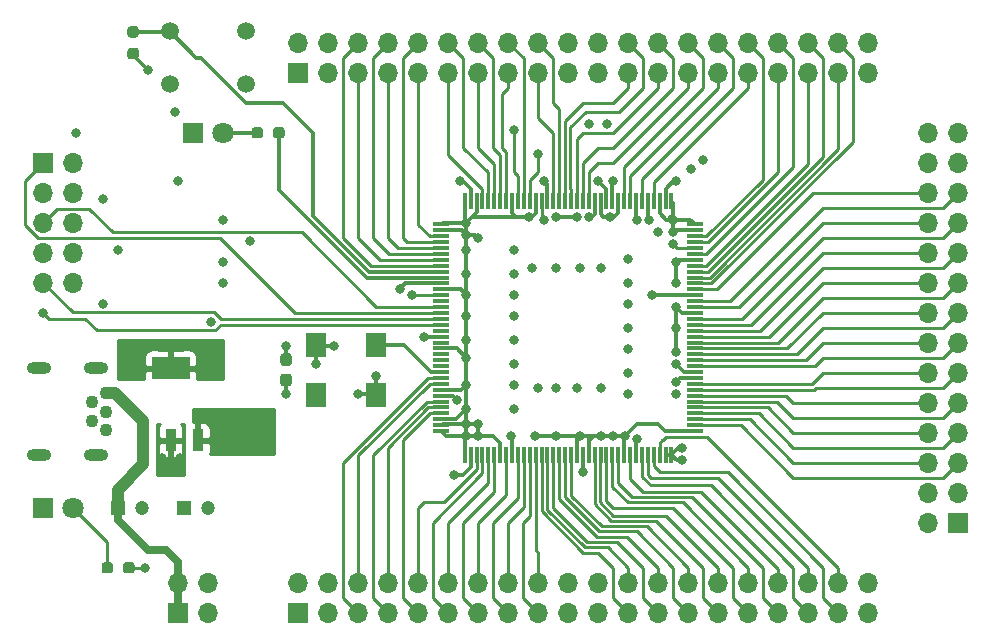
<source format=gbr>
%TF.GenerationSoftware,KiCad,Pcbnew,(5.1.9)-1*%
%TF.CreationDate,2021-02-04T20:28:27-06:00*%
%TF.ProjectId,Intel_10M02SCE144_Breakout_Board,496e7465-6c5f-4313-904d-303253434531,rev?*%
%TF.SameCoordinates,Original*%
%TF.FileFunction,Copper,L1,Top*%
%TF.FilePolarity,Positive*%
%FSLAX46Y46*%
G04 Gerber Fmt 4.6, Leading zero omitted, Abs format (unit mm)*
G04 Created by KiCad (PCBNEW (5.1.9)-1) date 2021-02-04 20:28:27*
%MOMM*%
%LPD*%
G01*
G04 APERTURE LIST*
%TA.AperFunction,SMDPad,CuDef*%
%ADD10R,1.475000X0.300000*%
%TD*%
%TA.AperFunction,SMDPad,CuDef*%
%ADD11R,0.300000X1.475000*%
%TD*%
%TA.AperFunction,ComponentPad*%
%ADD12C,1.200000*%
%TD*%
%TA.AperFunction,ComponentPad*%
%ADD13R,1.200000X1.200000*%
%TD*%
%TA.AperFunction,ComponentPad*%
%ADD14C,1.800000*%
%TD*%
%TA.AperFunction,ComponentPad*%
%ADD15R,1.800000X1.800000*%
%TD*%
%TA.AperFunction,ComponentPad*%
%ADD16R,1.700000X1.700000*%
%TD*%
%TA.AperFunction,ComponentPad*%
%ADD17O,1.700000X1.700000*%
%TD*%
%TA.AperFunction,SMDPad,CuDef*%
%ADD18R,3.200000X1.900000*%
%TD*%
%TA.AperFunction,SMDPad,CuDef*%
%ADD19R,0.900000X1.900000*%
%TD*%
%TA.AperFunction,ComponentPad*%
%ADD20C,1.500000*%
%TD*%
%TA.AperFunction,SMDPad,CuDef*%
%ADD21R,1.800000X2.000000*%
%TD*%
%TA.AperFunction,ComponentPad*%
%ADD22O,2.100000X1.000000*%
%TD*%
%TA.AperFunction,ComponentPad*%
%ADD23C,1.100000*%
%TD*%
%TA.AperFunction,ViaPad*%
%ADD24C,0.800000*%
%TD*%
%TA.AperFunction,Conductor*%
%ADD25C,0.300000*%
%TD*%
%TA.AperFunction,Conductor*%
%ADD26C,0.250000*%
%TD*%
%TA.AperFunction,Conductor*%
%ADD27C,0.700000*%
%TD*%
%TA.AperFunction,Conductor*%
%ADD28C,1.000000*%
%TD*%
%TA.AperFunction,Conductor*%
%ADD29C,0.254000*%
%TD*%
%TA.AperFunction,Conductor*%
%ADD30C,0.100000*%
%TD*%
G04 APERTURE END LIST*
D10*
%TO.P,U1,1*%
%TO.N,H_VCC*%
X130232000Y-91580000D03*
%TO.P,U1,2*%
X130232000Y-92080000D03*
%TO.P,U1,3*%
%TO.N,IO_3*%
X130232000Y-92580000D03*
%TO.P,U1,4*%
%TO.N,IO_4*%
X130232000Y-93080000D03*
%TO.P,U1,5*%
%TO.N,IO_5*%
X130232000Y-93580000D03*
%TO.P,U1,6*%
%TO.N,IO_6*%
X130232000Y-94080000D03*
%TO.P,U1,7*%
%TO.N,IO_7*%
X130232000Y-94580000D03*
%TO.P,U1,8*%
%TO.N,IO_8*%
X130232000Y-95080000D03*
%TO.P,U1,9*%
%TO.N,~RESET*%
X130232000Y-95580000D03*
%TO.P,U1,10*%
%TO.N,USER_LED*%
X130232000Y-96080000D03*
%TO.P,U1,11*%
%TO.N,H_GND*%
X130232000Y-96580000D03*
%TO.P,U1,12*%
%TO.N,H_VCC*%
X130232000Y-97080000D03*
%TO.P,U1,13*%
%TO.N,JEN*%
X130232000Y-97580000D03*
%TO.P,U1,14*%
%TO.N,Net-(U1-Pad14)*%
X130232000Y-98080000D03*
%TO.P,U1,15*%
%TO.N,TMS*%
X130232000Y-98580000D03*
%TO.P,U1,16*%
%TO.N,TCK*%
X130232000Y-99080000D03*
%TO.P,U1,17*%
%TO.N,TDI*%
X130232000Y-99580000D03*
%TO.P,U1,18*%
%TO.N,TDO*%
X130232000Y-100080000D03*
%TO.P,U1,19*%
%TO.N,Net-(U1-Pad19)*%
X130232000Y-100580000D03*
%TO.P,U1,20*%
%TO.N,H_GND*%
X130232000Y-101080000D03*
%TO.P,U1,21*%
%TO.N,Net-(U1-Pad21)*%
X130232000Y-101580000D03*
%TO.P,U1,22*%
%TO.N,H_VCC*%
X130232000Y-102080000D03*
%TO.P,U1,23*%
%TO.N,Net-(U1-Pad23)*%
X130232000Y-102580000D03*
%TO.P,U1,24*%
%TO.N,Net-(U1-Pad24)*%
X130232000Y-103080000D03*
%TO.P,U1,25*%
%TO.N,Net-(U1-Pad25)*%
X130232000Y-103580000D03*
%TO.P,U1,26*%
%TO.N,50MHz_CLK*%
X130232000Y-104080000D03*
%TO.P,U1,27*%
%TO.N,IO_27*%
X130232000Y-104580000D03*
%TO.P,U1,28*%
%TO.N,IO_28*%
X130232000Y-105080000D03*
%TO.P,U1,29*%
%TO.N,H_VCC*%
X130232000Y-105580000D03*
%TO.P,U1,30*%
%TO.N,H_GND*%
X130232000Y-106080000D03*
%TO.P,U1,31*%
%TO.N,IO_31*%
X130232000Y-106580000D03*
%TO.P,U1,32*%
%TO.N,IO_32*%
X130232000Y-107080000D03*
%TO.P,U1,33*%
%TO.N,IO_33*%
X130232000Y-107580000D03*
%TO.P,U1,34*%
%TO.N,H_VCC*%
X130232000Y-108080000D03*
%TO.P,U1,35*%
X130232000Y-108580000D03*
%TO.P,U1,36*%
X130232000Y-109080000D03*
D11*
%TO.P,U1,37*%
X132220000Y-111068000D03*
%TO.P,U1,38*%
%TO.N,H_GND*%
X132720000Y-111068000D03*
%TO.P,U1,39*%
%TO.N,IO_39*%
X133220000Y-111068000D03*
%TO.P,U1,40*%
%TO.N,IO_40*%
X133720000Y-111068000D03*
%TO.P,U1,41*%
%TO.N,IO_41*%
X134220000Y-111068000D03*
%TO.P,U1,42*%
%TO.N,IO_42*%
X134720000Y-111068000D03*
%TO.P,U1,43*%
%TO.N,H_VCC*%
X135220000Y-111068000D03*
%TO.P,U1,44*%
%TO.N,IO_44*%
X135720000Y-111068000D03*
%TO.P,U1,45*%
%TO.N,H_GND*%
X136220000Y-111068000D03*
%TO.P,U1,46*%
%TO.N,IO_46*%
X136720000Y-111068000D03*
%TO.P,U1,47*%
%TO.N,IO_47*%
X137220000Y-111068000D03*
%TO.P,U1,48*%
%TO.N,IO_48*%
X137720000Y-111068000D03*
%TO.P,U1,49*%
%TO.N,IO_49*%
X138220000Y-111068000D03*
%TO.P,U1,50*%
%TO.N,IO_50*%
X138720000Y-111068000D03*
%TO.P,U1,51*%
%TO.N,IO_51*%
X139220000Y-111068000D03*
%TO.P,U1,52*%
%TO.N,IO_52*%
X139720000Y-111068000D03*
%TO.P,U1,53*%
%TO.N,IO_53*%
X140220000Y-111068000D03*
%TO.P,U1,54*%
%TO.N,IO_54*%
X140720000Y-111068000D03*
%TO.P,U1,55*%
%TO.N,IO_55*%
X141220000Y-111068000D03*
%TO.P,U1,56*%
%TO.N,H_VCC*%
X141720000Y-111068000D03*
%TO.P,U1,57*%
%TO.N,H_GND*%
X142220000Y-111068000D03*
%TO.P,U1,58*%
%TO.N,H_VCC*%
X142720000Y-111068000D03*
%TO.P,U1,59*%
%TO.N,IO_59*%
X143220000Y-111068000D03*
%TO.P,U1,60*%
%TO.N,IO_60*%
X143720000Y-111068000D03*
%TO.P,U1,61*%
%TO.N,IO_61*%
X144220000Y-111068000D03*
%TO.P,U1,62*%
%TO.N,IO_62*%
X144720000Y-111068000D03*
%TO.P,U1,63*%
%TO.N,IO_63*%
X145220000Y-111068000D03*
%TO.P,U1,64*%
%TO.N,H_VCC*%
X145720000Y-111068000D03*
%TO.P,U1,65*%
%TO.N,IO_65*%
X146220000Y-111068000D03*
%TO.P,U1,66*%
%TO.N,H_GND*%
X146720000Y-111068000D03*
%TO.P,U1,67*%
%TO.N,IO_67*%
X147220000Y-111068000D03*
%TO.P,U1,68*%
%TO.N,IO_68*%
X147720000Y-111068000D03*
%TO.P,U1,69*%
%TO.N,IO_69*%
X148220000Y-111068000D03*
%TO.P,U1,70*%
%TO.N,IO_70*%
X148720000Y-111068000D03*
%TO.P,U1,71*%
%TO.N,H_VCC*%
X149220000Y-111068000D03*
%TO.P,U1,72*%
X149720000Y-111068000D03*
D10*
%TO.P,U1,73*%
X151708000Y-109080000D03*
%TO.P,U1,74*%
%TO.N,IO_74*%
X151708000Y-108580000D03*
%TO.P,U1,75*%
%TO.N,IO_75*%
X151708000Y-108080000D03*
%TO.P,U1,76*%
%TO.N,IO_76*%
X151708000Y-107580000D03*
%TO.P,U1,77*%
%TO.N,IO_77*%
X151708000Y-107080000D03*
%TO.P,U1,78*%
%TO.N,IO_78*%
X151708000Y-106580000D03*
%TO.P,U1,79*%
%TO.N,IO_79*%
X151708000Y-106080000D03*
%TO.P,U1,80*%
%TO.N,IO_80*%
X151708000Y-105580000D03*
%TO.P,U1,81*%
%TO.N,IO_81*%
X151708000Y-105080000D03*
%TO.P,U1,82*%
%TO.N,H_VCC*%
X151708000Y-104580000D03*
%TO.P,U1,83*%
%TO.N,H_GND*%
X151708000Y-104080000D03*
%TO.P,U1,84*%
%TO.N,IO_84*%
X151708000Y-103580000D03*
%TO.P,U1,85*%
%TO.N,IO_85*%
X151708000Y-103080000D03*
%TO.P,U1,86*%
%TO.N,IO_86*%
X151708000Y-102580000D03*
%TO.P,U1,87*%
%TO.N,IO_87*%
X151708000Y-102080000D03*
%TO.P,U1,88*%
%TO.N,IO_88*%
X151708000Y-101580000D03*
%TO.P,U1,89*%
%TO.N,IO_89*%
X151708000Y-101080000D03*
%TO.P,U1,90*%
%TO.N,IO_90*%
X151708000Y-100580000D03*
%TO.P,U1,91*%
%TO.N,IO_91*%
X151708000Y-100080000D03*
%TO.P,U1,92*%
%TO.N,IO_92*%
X151708000Y-99580000D03*
%TO.P,U1,93*%
%TO.N,H_VCC*%
X151708000Y-99080000D03*
%TO.P,U1,94*%
%TO.N,IO_94*%
X151708000Y-98580000D03*
%TO.P,U1,95*%
%TO.N,IO_95*%
X151708000Y-98080000D03*
%TO.P,U1,96*%
%TO.N,H_GND*%
X151708000Y-97580000D03*
%TO.P,U1,97*%
%TO.N,IO_97*%
X151708000Y-97080000D03*
%TO.P,U1,98*%
%TO.N,IO_98*%
X151708000Y-96580000D03*
%TO.P,U1,99*%
%TO.N,IO_99*%
X151708000Y-96080000D03*
%TO.P,U1,100*%
%TO.N,IO_100*%
X151708000Y-95580000D03*
%TO.P,U1,101*%
%TO.N,IO_101*%
X151708000Y-95080000D03*
%TO.P,U1,102*%
%TO.N,H_VCC*%
X151708000Y-94580000D03*
%TO.P,U1,103*%
%TO.N,IO_103*%
X151708000Y-94080000D03*
%TO.P,U1,104*%
%TO.N,H_GND*%
X151708000Y-93580000D03*
%TO.P,U1,105*%
%TO.N,IO_105*%
X151708000Y-93080000D03*
%TO.P,U1,106*%
%TO.N,IO_106*%
X151708000Y-92580000D03*
%TO.P,U1,107*%
%TO.N,H_VCC*%
X151708000Y-92080000D03*
%TO.P,U1,108*%
X151708000Y-91580000D03*
D11*
%TO.P,U1,109*%
X149720000Y-89592000D03*
%TO.P,U1,110*%
%TO.N,H_GND*%
X149220000Y-89592000D03*
%TO.P,U1,111*%
%TO.N,H_VCC*%
X148720000Y-89592000D03*
%TO.P,U1,112*%
%TO.N,IO_112*%
X148220000Y-89592000D03*
%TO.P,U1,113*%
%TO.N,Net-(R6-Pad2)*%
X147720000Y-89592000D03*
%TO.P,U1,114*%
%TO.N,IO_114*%
X147220000Y-89592000D03*
%TO.P,U1,115*%
%TO.N,Net-(R7-Pad2)*%
X146720000Y-89592000D03*
%TO.P,U1,116*%
%TO.N,IO_116*%
X146220000Y-89592000D03*
%TO.P,U1,117*%
%TO.N,IO_117*%
X145720000Y-89592000D03*
%TO.P,U1,118*%
%TO.N,H_VCC*%
X145220000Y-89592000D03*
%TO.P,U1,119*%
%TO.N,H_GND*%
X144720000Y-89592000D03*
%TO.P,U1,120*%
%TO.N,Net-(R12-Pad2)*%
X144220000Y-89592000D03*
%TO.P,U1,121*%
%TO.N,H_VCC*%
X143720000Y-89592000D03*
%TO.P,U1,122*%
%TO.N,Net-(R8-Pad2)*%
X143220000Y-89592000D03*
%TO.P,U1,123*%
%TO.N,IO_123*%
X142720000Y-89592000D03*
%TO.P,U1,124*%
%TO.N,IO_124*%
X142220000Y-89592000D03*
%TO.P,U1,125*%
%TO.N,IO_125*%
X141720000Y-89592000D03*
%TO.P,U1,126*%
%TO.N,IO_126*%
X141220000Y-89592000D03*
%TO.P,U1,127*%
%TO.N,IO_127*%
X140720000Y-89592000D03*
%TO.P,U1,128*%
%TO.N,IO_128*%
X140220000Y-89592000D03*
%TO.P,U1,129*%
%TO.N,IO_129*%
X139720000Y-89592000D03*
%TO.P,U1,130*%
%TO.N,Net-(R9-Pad2)*%
X139220000Y-89592000D03*
%TO.P,U1,131*%
%TO.N,Net-(R10-Pad2)*%
X138720000Y-89592000D03*
%TO.P,U1,132*%
%TO.N,H_VCC*%
X138220000Y-89592000D03*
%TO.P,U1,133*%
%TO.N,H_GND*%
X137720000Y-89592000D03*
%TO.P,U1,134*%
%TO.N,IO_134*%
X137220000Y-89592000D03*
%TO.P,U1,135*%
%TO.N,Net-(R11-Pad2)*%
X136720000Y-89592000D03*
%TO.P,U1,136*%
%TO.N,H_VCC*%
X136220000Y-89592000D03*
%TO.P,U1,137*%
%TO.N,IO_137*%
X135720000Y-89592000D03*
%TO.P,U1,138*%
%TO.N,IO_138*%
X135220000Y-89592000D03*
%TO.P,U1,139*%
%TO.N,IO_139*%
X134720000Y-89592000D03*
%TO.P,U1,140*%
%TO.N,IO_140*%
X134220000Y-89592000D03*
%TO.P,U1,141*%
%TO.N,IO_141*%
X133720000Y-89592000D03*
%TO.P,U1,142*%
%TO.N,H_VCC*%
X133220000Y-89592000D03*
%TO.P,U1,143*%
%TO.N,H_GND*%
X132720000Y-89592000D03*
%TO.P,U1,144*%
%TO.N,H_VCC*%
X132220000Y-89592000D03*
%TD*%
D12*
%TO.P,C1,2*%
%TO.N,H_GND*%
X104870000Y-115570000D03*
D13*
%TO.P,C1,1*%
%TO.N,+5V*%
X102870000Y-115570000D03*
%TD*%
%TO.P,C2,1*%
%TO.N,H_VCC*%
X108490000Y-115570000D03*
D12*
%TO.P,C2,2*%
%TO.N,H_GND*%
X110490000Y-115570000D03*
%TD*%
%TO.P,C3,2*%
%TO.N,H_VCC*%
%TA.AperFunction,SMDPad,CuDef*%
G36*
G01*
X117331500Y-103561000D02*
X116856500Y-103561000D01*
G75*
G02*
X116619000Y-103323500I0J237500D01*
G01*
X116619000Y-102723500D01*
G75*
G02*
X116856500Y-102486000I237500J0D01*
G01*
X117331500Y-102486000D01*
G75*
G02*
X117569000Y-102723500I0J-237500D01*
G01*
X117569000Y-103323500D01*
G75*
G02*
X117331500Y-103561000I-237500J0D01*
G01*
G37*
%TD.AperFunction*%
%TO.P,C3,1*%
%TO.N,H_GND*%
%TA.AperFunction,SMDPad,CuDef*%
G36*
G01*
X117331500Y-105286000D02*
X116856500Y-105286000D01*
G75*
G02*
X116619000Y-105048500I0J237500D01*
G01*
X116619000Y-104448500D01*
G75*
G02*
X116856500Y-104211000I237500J0D01*
G01*
X117331500Y-104211000D01*
G75*
G02*
X117569000Y-104448500I0J-237500D01*
G01*
X117569000Y-105048500D01*
G75*
G02*
X117331500Y-105286000I-237500J0D01*
G01*
G37*
%TD.AperFunction*%
%TD*%
D14*
%TO.P,D1,2*%
%TO.N,Net-(D1-Pad2)*%
X99060000Y-115570000D03*
D15*
%TO.P,D1,1*%
%TO.N,H_GND*%
X96520000Y-115570000D03*
%TD*%
%TO.P,D2,1*%
%TO.N,H_GND*%
X109220000Y-83820000D03*
D14*
%TO.P,D2,2*%
%TO.N,Net-(D2-Pad2)*%
X111760000Y-83820000D03*
%TD*%
D16*
%TO.P,J2,1*%
%TO.N,+5V*%
X107950000Y-124460000D03*
D17*
%TO.P,J2,2*%
X107950000Y-121920000D03*
%TO.P,J2,3*%
%TO.N,H_GND*%
X110490000Y-124460000D03*
%TO.P,J2,4*%
X110490000Y-121920000D03*
%TD*%
%TO.P,J3,40*%
%TO.N,H_GND*%
X166370000Y-121920000D03*
%TO.P,J3,39*%
X166370000Y-124460000D03*
%TO.P,J3,38*%
%TO.N,IO_70*%
X163830000Y-121920000D03*
%TO.P,J3,37*%
%TO.N,IO_69*%
X163830000Y-124460000D03*
%TO.P,J3,36*%
%TO.N,IO_68*%
X161290000Y-121920000D03*
%TO.P,J3,35*%
%TO.N,IO_67*%
X161290000Y-124460000D03*
%TO.P,J3,34*%
%TO.N,IO_65*%
X158750000Y-121920000D03*
%TO.P,J3,33*%
%TO.N,IO_63*%
X158750000Y-124460000D03*
%TO.P,J3,32*%
%TO.N,IO_62*%
X156210000Y-121920000D03*
%TO.P,J3,31*%
%TO.N,IO_61*%
X156210000Y-124460000D03*
%TO.P,J3,30*%
%TO.N,IO_60*%
X153670000Y-121920000D03*
%TO.P,J3,29*%
%TO.N,IO_59*%
X153670000Y-124460000D03*
%TO.P,J3,28*%
%TO.N,IO_55*%
X151130000Y-121920000D03*
%TO.P,J3,27*%
%TO.N,IO_54*%
X151130000Y-124460000D03*
%TO.P,J3,26*%
%TO.N,IO_53*%
X148590000Y-121920000D03*
%TO.P,J3,25*%
%TO.N,IO_52*%
X148590000Y-124460000D03*
%TO.P,J3,24*%
%TO.N,IO_51*%
X146050000Y-121920000D03*
%TO.P,J3,23*%
%TO.N,IO_50*%
X146050000Y-124460000D03*
%TO.P,J3,22*%
%TO.N,H_VCC*%
X143510000Y-121920000D03*
%TO.P,J3,21*%
X143510000Y-124460000D03*
%TO.P,J3,20*%
%TO.N,H_GND*%
X140970000Y-121920000D03*
%TO.P,J3,19*%
X140970000Y-124460000D03*
%TO.P,J3,18*%
%TO.N,IO_49*%
X138430000Y-121920000D03*
%TO.P,J3,17*%
%TO.N,IO_48*%
X138430000Y-124460000D03*
%TO.P,J3,16*%
%TO.N,IO_47*%
X135890000Y-121920000D03*
%TO.P,J3,15*%
%TO.N,IO_46*%
X135890000Y-124460000D03*
%TO.P,J3,14*%
%TO.N,IO_44*%
X133350000Y-121920000D03*
%TO.P,J3,13*%
%TO.N,IO_42*%
X133350000Y-124460000D03*
%TO.P,J3,12*%
%TO.N,IO_41*%
X130810000Y-121920000D03*
%TO.P,J3,11*%
%TO.N,IO_40*%
X130810000Y-124460000D03*
%TO.P,J3,10*%
%TO.N,IO_39*%
X128270000Y-121920000D03*
%TO.P,J3,9*%
%TO.N,IO_33*%
X128270000Y-124460000D03*
%TO.P,J3,8*%
%TO.N,IO_32*%
X125730000Y-121920000D03*
%TO.P,J3,7*%
%TO.N,IO_31*%
X125730000Y-124460000D03*
%TO.P,J3,6*%
%TO.N,IO_28*%
X123190000Y-121920000D03*
%TO.P,J3,5*%
%TO.N,IO_27*%
X123190000Y-124460000D03*
%TO.P,J3,4*%
%TO.N,H_VCC*%
X120650000Y-121920000D03*
%TO.P,J3,3*%
X120650000Y-124460000D03*
%TO.P,J3,2*%
%TO.N,H_GND*%
X118110000Y-121920000D03*
D16*
%TO.P,J3,1*%
X118110000Y-124460000D03*
%TD*%
%TO.P,J4,1*%
%TO.N,H_GND*%
X173990000Y-116840000D03*
D17*
%TO.P,J4,2*%
X171450000Y-116840000D03*
%TO.P,J4,3*%
%TO.N,H_VCC*%
X173990000Y-114300000D03*
%TO.P,J4,4*%
X171450000Y-114300000D03*
%TO.P,J4,5*%
%TO.N,IO_74*%
X173990000Y-111760000D03*
%TO.P,J4,6*%
%TO.N,IO_75*%
X171450000Y-111760000D03*
%TO.P,J4,7*%
%TO.N,IO_76*%
X173990000Y-109220000D03*
%TO.P,J4,8*%
%TO.N,IO_77*%
X171450000Y-109220000D03*
%TO.P,J4,9*%
%TO.N,IO_78*%
X173990000Y-106680000D03*
%TO.P,J4,10*%
%TO.N,IO_79*%
X171450000Y-106680000D03*
%TO.P,J4,11*%
%TO.N,IO_80*%
X173990000Y-104140000D03*
%TO.P,J4,12*%
%TO.N,IO_81*%
X171450000Y-104140000D03*
%TO.P,J4,13*%
%TO.N,IO_84*%
X173990000Y-101600000D03*
%TO.P,J4,14*%
%TO.N,IO_85*%
X171450000Y-101600000D03*
%TO.P,J4,15*%
%TO.N,IO_86*%
X173990000Y-99060000D03*
%TO.P,J4,16*%
%TO.N,IO_87*%
X171450000Y-99060000D03*
%TO.P,J4,17*%
%TO.N,IO_88*%
X173990000Y-96520000D03*
%TO.P,J4,18*%
%TO.N,IO_89*%
X171450000Y-96520000D03*
%TO.P,J4,19*%
%TO.N,IO_90*%
X173990000Y-93980000D03*
%TO.P,J4,20*%
%TO.N,IO_91*%
X171450000Y-93980000D03*
%TO.P,J4,21*%
%TO.N,IO_92*%
X173990000Y-91440000D03*
%TO.P,J4,22*%
%TO.N,IO_94*%
X171450000Y-91440000D03*
%TO.P,J4,23*%
%TO.N,IO_95*%
X173990000Y-88900000D03*
%TO.P,J4,24*%
%TO.N,IO_97*%
X171450000Y-88900000D03*
%TO.P,J4,25*%
%TO.N,H_VCC*%
X173990000Y-86360000D03*
%TO.P,J4,26*%
X171450000Y-86360000D03*
%TO.P,J4,27*%
%TO.N,H_GND*%
X173990000Y-83820000D03*
%TO.P,J4,28*%
X171450000Y-83820000D03*
%TD*%
D16*
%TO.P,J5,1*%
%TO.N,H_GND*%
X118110000Y-78740000D03*
D17*
%TO.P,J5,2*%
X118110000Y-76200000D03*
%TO.P,J5,3*%
%TO.N,H_VCC*%
X120650000Y-78740000D03*
%TO.P,J5,4*%
X120650000Y-76200000D03*
%TO.P,J5,5*%
%TO.N,IO_7*%
X123190000Y-78740000D03*
%TO.P,J5,6*%
%TO.N,IO_8*%
X123190000Y-76200000D03*
%TO.P,J5,7*%
%TO.N,IO_5*%
X125730000Y-78740000D03*
%TO.P,J5,8*%
%TO.N,IO_6*%
X125730000Y-76200000D03*
%TO.P,J5,9*%
%TO.N,IO_3*%
X128270000Y-78740000D03*
%TO.P,J5,10*%
%TO.N,IO_4*%
X128270000Y-76200000D03*
%TO.P,J5,11*%
%TO.N,IO_141*%
X130810000Y-78740000D03*
%TO.P,J5,12*%
%TO.N,IO_140*%
X130810000Y-76200000D03*
%TO.P,J5,13*%
%TO.N,IO_139*%
X133350000Y-78740000D03*
%TO.P,J5,14*%
%TO.N,IO_138*%
X133350000Y-76200000D03*
%TO.P,J5,15*%
%TO.N,IO_137*%
X135890000Y-78740000D03*
%TO.P,J5,16*%
%TO.N,IO_134*%
X135890000Y-76200000D03*
%TO.P,J5,17*%
%TO.N,IO_129*%
X138430000Y-78740000D03*
%TO.P,J5,18*%
%TO.N,IO_128*%
X138430000Y-76200000D03*
%TO.P,J5,19*%
%TO.N,H_GND*%
X140970000Y-78740000D03*
%TO.P,J5,20*%
X140970000Y-76200000D03*
%TO.P,J5,21*%
%TO.N,H_VCC*%
X143510000Y-78740000D03*
%TO.P,J5,22*%
X143510000Y-76200000D03*
%TO.P,J5,23*%
%TO.N,IO_127*%
X146050000Y-78740000D03*
%TO.P,J5,24*%
%TO.N,IO_126*%
X146050000Y-76200000D03*
%TO.P,J5,25*%
%TO.N,IO_125*%
X148590000Y-78740000D03*
%TO.P,J5,26*%
%TO.N,IO_124*%
X148590000Y-76200000D03*
%TO.P,J5,27*%
%TO.N,IO_123*%
X151130000Y-78740000D03*
%TO.P,J5,28*%
%TO.N,IO_117*%
X151130000Y-76200000D03*
%TO.P,J5,29*%
%TO.N,IO_116*%
X153670000Y-78740000D03*
%TO.P,J5,30*%
%TO.N,IO_114*%
X153670000Y-76200000D03*
%TO.P,J5,31*%
%TO.N,IO_112*%
X156210000Y-78740000D03*
%TO.P,J5,32*%
%TO.N,IO_106*%
X156210000Y-76200000D03*
%TO.P,J5,33*%
%TO.N,IO_105*%
X158750000Y-78740000D03*
%TO.P,J5,34*%
%TO.N,IO_103*%
X158750000Y-76200000D03*
%TO.P,J5,35*%
%TO.N,IO_101*%
X161290000Y-78740000D03*
%TO.P,J5,36*%
%TO.N,IO_100*%
X161290000Y-76200000D03*
%TO.P,J5,37*%
%TO.N,IO_99*%
X163830000Y-78740000D03*
%TO.P,J5,38*%
%TO.N,IO_98*%
X163830000Y-76200000D03*
%TO.P,J5,39*%
%TO.N,H_GND*%
X166370000Y-78740000D03*
%TO.P,J5,40*%
X166370000Y-76200000D03*
%TD*%
D16*
%TO.P,J6,1*%
%TO.N,TCK*%
X96520000Y-86360000D03*
D17*
%TO.P,J6,2*%
%TO.N,H_GND*%
X99060000Y-86360000D03*
%TO.P,J6,3*%
%TO.N,TDO*%
X96520000Y-88900000D03*
%TO.P,J6,4*%
%TO.N,H_VCC*%
X99060000Y-88900000D03*
%TO.P,J6,5*%
%TO.N,TMS*%
X96520000Y-91440000D03*
%TO.P,J6,6*%
%TO.N,Net-(J6-Pad6)*%
X99060000Y-91440000D03*
%TO.P,J6,7*%
%TO.N,Net-(J6-Pad7)*%
X96520000Y-93980000D03*
%TO.P,J6,8*%
%TO.N,JEN*%
X99060000Y-93980000D03*
%TO.P,J6,9*%
%TO.N,TDI*%
X96520000Y-96520000D03*
%TO.P,J6,10*%
%TO.N,H_GND*%
X99060000Y-96520000D03*
%TD*%
D18*
%TO.P,PS1,4*%
%TO.N,H_GND*%
X107315000Y-103757000D03*
D19*
%TO.P,PS1,3*%
%TO.N,H_VCC*%
X109615000Y-109857000D03*
%TO.P,PS1,2*%
%TO.N,H_GND*%
X107315000Y-109857000D03*
%TO.P,PS1,1*%
%TO.N,+5V*%
X105015000Y-109857000D03*
%TD*%
%TO.P,R1,1*%
%TO.N,Net-(D1-Pad2)*%
%TA.AperFunction,SMDPad,CuDef*%
G36*
G01*
X101470000Y-120887500D02*
X101470000Y-120412500D01*
G75*
G02*
X101707500Y-120175000I237500J0D01*
G01*
X102207500Y-120175000D01*
G75*
G02*
X102445000Y-120412500I0J-237500D01*
G01*
X102445000Y-120887500D01*
G75*
G02*
X102207500Y-121125000I-237500J0D01*
G01*
X101707500Y-121125000D01*
G75*
G02*
X101470000Y-120887500I0J237500D01*
G01*
G37*
%TD.AperFunction*%
%TO.P,R1,2*%
%TO.N,H_VCC*%
%TA.AperFunction,SMDPad,CuDef*%
G36*
G01*
X103295000Y-120887500D02*
X103295000Y-120412500D01*
G75*
G02*
X103532500Y-120175000I237500J0D01*
G01*
X104032500Y-120175000D01*
G75*
G02*
X104270000Y-120412500I0J-237500D01*
G01*
X104270000Y-120887500D01*
G75*
G02*
X104032500Y-121125000I-237500J0D01*
G01*
X103532500Y-121125000D01*
G75*
G02*
X103295000Y-120887500I0J237500D01*
G01*
G37*
%TD.AperFunction*%
%TD*%
%TO.P,R14,2*%
%TO.N,~RESET*%
%TA.AperFunction,SMDPad,CuDef*%
G36*
G01*
X104377500Y-75775000D02*
X103902500Y-75775000D01*
G75*
G02*
X103665000Y-75537500I0J237500D01*
G01*
X103665000Y-75037500D01*
G75*
G02*
X103902500Y-74800000I237500J0D01*
G01*
X104377500Y-74800000D01*
G75*
G02*
X104615000Y-75037500I0J-237500D01*
G01*
X104615000Y-75537500D01*
G75*
G02*
X104377500Y-75775000I-237500J0D01*
G01*
G37*
%TD.AperFunction*%
%TO.P,R14,1*%
%TO.N,H_VCC*%
%TA.AperFunction,SMDPad,CuDef*%
G36*
G01*
X104377500Y-77600000D02*
X103902500Y-77600000D01*
G75*
G02*
X103665000Y-77362500I0J237500D01*
G01*
X103665000Y-76862500D01*
G75*
G02*
X103902500Y-76625000I237500J0D01*
G01*
X104377500Y-76625000D01*
G75*
G02*
X104615000Y-76862500I0J-237500D01*
G01*
X104615000Y-77362500D01*
G75*
G02*
X104377500Y-77600000I-237500J0D01*
G01*
G37*
%TD.AperFunction*%
%TD*%
%TO.P,R15,1*%
%TO.N,Net-(D2-Pad2)*%
%TA.AperFunction,SMDPad,CuDef*%
G36*
G01*
X114170000Y-84057500D02*
X114170000Y-83582500D01*
G75*
G02*
X114407500Y-83345000I237500J0D01*
G01*
X114907500Y-83345000D01*
G75*
G02*
X115145000Y-83582500I0J-237500D01*
G01*
X115145000Y-84057500D01*
G75*
G02*
X114907500Y-84295000I-237500J0D01*
G01*
X114407500Y-84295000D01*
G75*
G02*
X114170000Y-84057500I0J237500D01*
G01*
G37*
%TD.AperFunction*%
%TO.P,R15,2*%
%TO.N,USER_LED*%
%TA.AperFunction,SMDPad,CuDef*%
G36*
G01*
X115995000Y-84057500D02*
X115995000Y-83582500D01*
G75*
G02*
X116232500Y-83345000I237500J0D01*
G01*
X116732500Y-83345000D01*
G75*
G02*
X116970000Y-83582500I0J-237500D01*
G01*
X116970000Y-84057500D01*
G75*
G02*
X116732500Y-84295000I-237500J0D01*
G01*
X116232500Y-84295000D01*
G75*
G02*
X115995000Y-84057500I0J237500D01*
G01*
G37*
%TD.AperFunction*%
%TD*%
D20*
%TO.P,S1,4*%
%TO.N,H_GND*%
X113740000Y-79720000D03*
%TO.P,S1,3*%
%TO.N,Net-(S1-Pad3)*%
X107240000Y-79720000D03*
%TO.P,S1,2*%
%TO.N,Net-(S1-Pad2)*%
X113740000Y-75220000D03*
%TO.P,S1,1*%
%TO.N,~RESET*%
X107240000Y-75220000D03*
%TD*%
D21*
%TO.P,Y1,4*%
%TO.N,H_VCC*%
X119634000Y-101786000D03*
%TO.P,Y1,3*%
%TO.N,50MHz_CLK*%
X124714000Y-101786000D03*
%TO.P,Y1,2*%
%TO.N,H_GND*%
X124714000Y-105986000D03*
%TO.P,Y1,1*%
%TO.N,Net-(Y1-Pad1)*%
X119634000Y-105986000D03*
%TD*%
D22*
%TO.P,J1,6*%
%TO.N,Net-(J1-Pad6)*%
X100965000Y-103725000D03*
X96215000Y-111125000D03*
X96215000Y-103725000D03*
X100965000Y-111125000D03*
D23*
%TO.P,J1,2*%
%TO.N,Net-(J1-Pad2)*%
X100665000Y-106625000D03*
%TO.P,J1,3*%
%TO.N,Net-(J1-Pad3)*%
X101865000Y-107425000D03*
%TO.P,J1,5*%
%TO.N,H_GND*%
X101865000Y-109025000D03*
%TO.P,J1,1*%
%TO.N,+5V*%
X101865000Y-105825000D03*
%TO.P,J1,4*%
%TO.N,Net-(J1-Pad4)*%
X100665000Y-108225000D03*
%TD*%
D24*
%TO.N,H_GND*%
X136144000Y-109474000D03*
X142240000Y-112522000D03*
X146812000Y-109728000D03*
X150114000Y-103378000D03*
X148082000Y-97536000D03*
X150114000Y-87884000D03*
X144780000Y-87884000D03*
X138430000Y-85598000D03*
X131826000Y-87884000D03*
X126746000Y-97028000D03*
X128778000Y-101092000D03*
X131572000Y-106426000D03*
X136398000Y-107188000D03*
X136398000Y-105156000D03*
X136398000Y-103378000D03*
X136398000Y-101346000D03*
X136398000Y-99314000D03*
X136398000Y-97536000D03*
X136398000Y-95758000D03*
X137922000Y-95250000D03*
X139954000Y-95250000D03*
X141986000Y-95250000D03*
X143764000Y-95250000D03*
X146050000Y-94488000D03*
X146050000Y-96520000D03*
X146050000Y-98298000D03*
X146050000Y-100330000D03*
X146050000Y-102108000D03*
X146050000Y-104140000D03*
X146050000Y-105918000D03*
X143764000Y-105410000D03*
X141732000Y-105410000D03*
X139954000Y-105410000D03*
X138430000Y-105410000D03*
X136398000Y-93726000D03*
X142748000Y-83058000D03*
X131318000Y-112776000D03*
X149860000Y-93218000D03*
X107696000Y-82042000D03*
X101600000Y-98298000D03*
X101600000Y-89408000D03*
X99314000Y-83820000D03*
X123190000Y-105918000D03*
X124714000Y-104394000D03*
X117094000Y-105918000D03*
X107315000Y-101981000D03*
X108331000Y-101981000D03*
X109347000Y-101981000D03*
X110363000Y-101981000D03*
X111379000Y-101981000D03*
X106299000Y-101981000D03*
X105283000Y-101981000D03*
X104267000Y-101981000D03*
X103251000Y-101981000D03*
X109855000Y-102997000D03*
X110871000Y-102997000D03*
X109855000Y-104013000D03*
X110871000Y-104013000D03*
X104775000Y-102997000D03*
X103759000Y-102997000D03*
X103759000Y-104013000D03*
X104775000Y-104013000D03*
X106553000Y-112395000D03*
X106553000Y-111379000D03*
X108077000Y-111379000D03*
X108077000Y-112395000D03*
X107315000Y-111887000D03*
X102870000Y-93726000D03*
%TO.N,H_VCC*%
X110744000Y-99822000D03*
X121158000Y-101854000D03*
X119634000Y-103378000D03*
X117094000Y-101854000D03*
X105156000Y-120650000D03*
X105410000Y-78486000D03*
X151384000Y-86868000D03*
X152400000Y-86106000D03*
X144272000Y-83058000D03*
X132334000Y-93726000D03*
X133350000Y-92710000D03*
X132334000Y-95758000D03*
X132334000Y-97536000D03*
X132334000Y-99314000D03*
X132334000Y-101346000D03*
X132334000Y-105156000D03*
X138176000Y-109474000D03*
X132334000Y-102870000D03*
X132334000Y-107188000D03*
X132334000Y-91440000D03*
X132334000Y-92456000D03*
X132334000Y-108458000D03*
X132334000Y-109474000D03*
X133350000Y-109474000D03*
X133350000Y-108458000D03*
X139954000Y-109474000D03*
X141986000Y-109474000D03*
X143764000Y-109474000D03*
X145796000Y-109474000D03*
X144780000Y-109474000D03*
X150114000Y-105918000D03*
X150114000Y-104902000D03*
X150114000Y-102362000D03*
X150114000Y-100330000D03*
X150114000Y-98552000D03*
X150114000Y-96520000D03*
X150114000Y-94742000D03*
X144526000Y-90932000D03*
X141732000Y-90932000D03*
X139954000Y-90932000D03*
X137668000Y-90932000D03*
X149860000Y-91186000D03*
X149860000Y-92202000D03*
X150622000Y-111506000D03*
X150622000Y-110490000D03*
X148590000Y-92202000D03*
X111760000Y-96520000D03*
X111760000Y-94742000D03*
X111760000Y-91186000D03*
X107950000Y-87884000D03*
X114046000Y-92964000D03*
X111633000Y-107569000D03*
X112649000Y-107569000D03*
X113665000Y-107569000D03*
X114681000Y-107569000D03*
X115697000Y-107569000D03*
X111633000Y-108585000D03*
X112649000Y-108585000D03*
X113665000Y-108585000D03*
X114681000Y-108585000D03*
X115697000Y-108585000D03*
X111633000Y-109601000D03*
X112649000Y-109601000D03*
X113665000Y-109601000D03*
X114681000Y-109601000D03*
X115697000Y-109601000D03*
X111633000Y-110617000D03*
X112649000Y-110617000D03*
X113665000Y-110617000D03*
X114681000Y-110617000D03*
X115697000Y-110617000D03*
%TO.N,TDO*%
X96520000Y-99060000D03*
%TO.N,JEN*%
X127762000Y-97536000D03*
%TO.N,Net-(R6-Pad2)*%
X147828000Y-91186000D03*
%TO.N,Net-(R7-Pad2)*%
X146812000Y-91186000D03*
%TO.N,Net-(R8-Pad2)*%
X142748000Y-90932000D03*
%TO.N,Net-(R9-Pad2)*%
X138938000Y-87884000D03*
%TO.N,Net-(R10-Pad2)*%
X138938000Y-91186000D03*
%TO.N,Net-(R11-Pad2)*%
X136398000Y-83566000D03*
%TO.N,Net-(R12-Pad2)*%
X143510000Y-87884000D03*
%TD*%
D25*
%TO.N,H_GND*%
X136220000Y-109550000D02*
X136220000Y-111068000D01*
X136144000Y-109474000D02*
X136220000Y-109550000D01*
X131226000Y-106080000D02*
X131572000Y-106426000D01*
X130232000Y-106080000D02*
X131226000Y-106080000D01*
X142220000Y-112502000D02*
X142240000Y-112522000D01*
X142220000Y-111068000D02*
X142220000Y-112502000D01*
X146720000Y-109820000D02*
X146812000Y-109728000D01*
X146720000Y-111068000D02*
X146720000Y-109820000D01*
X132049500Y-87884000D02*
X131826000Y-87884000D01*
X132720000Y-88554500D02*
X132049500Y-87884000D01*
X132720000Y-89592000D02*
X132720000Y-88554500D01*
X128790000Y-101080000D02*
X128778000Y-101092000D01*
X130232000Y-101080000D02*
X128790000Y-101080000D01*
X144720000Y-87944000D02*
X144780000Y-87884000D01*
X144720000Y-89592000D02*
X144720000Y-87944000D01*
X132049500Y-112776000D02*
X131318000Y-112776000D01*
X132720000Y-112105500D02*
X132049500Y-112776000D01*
X132720000Y-111068000D02*
X132720000Y-112105500D01*
D26*
X150222000Y-93580000D02*
X149860000Y-93218000D01*
X151708000Y-93580000D02*
X150222000Y-93580000D01*
D25*
X117094000Y-105918000D02*
X117094000Y-104748500D01*
X124646000Y-105918000D02*
X124714000Y-105986000D01*
X123190000Y-105918000D02*
X124646000Y-105918000D01*
X124714000Y-104394000D02*
X124714000Y-105986000D01*
X150816000Y-104080000D02*
X150114000Y-103378000D01*
X151708000Y-104080000D02*
X150816000Y-104080000D01*
X149890500Y-87884000D02*
X150114000Y-87884000D01*
X149220000Y-88554500D02*
X149890500Y-87884000D01*
X149220000Y-89592000D02*
X149220000Y-88554500D01*
X127194000Y-96580000D02*
X126746000Y-97028000D01*
X130232000Y-96580000D02*
X127194000Y-96580000D01*
D26*
X137720000Y-89592000D02*
X137720000Y-87832000D01*
X138430000Y-87122000D02*
X138430000Y-85598000D01*
X137720000Y-87832000D02*
X138430000Y-87122000D01*
D25*
X148126000Y-97580000D02*
X148082000Y-97536000D01*
X151708000Y-97580000D02*
X148126000Y-97580000D01*
D27*
%TO.N,+5V*%
X103110000Y-115330000D02*
X102870000Y-115570000D01*
X102870000Y-115570000D02*
X102870000Y-116586000D01*
X102870000Y-116586000D02*
X105410000Y-119126000D01*
X105410000Y-119126000D02*
X106934000Y-119126000D01*
X107950000Y-120142000D02*
X107950000Y-121920000D01*
X106934000Y-119126000D02*
X107950000Y-120142000D01*
X107950000Y-121920000D02*
X107950000Y-124460000D01*
D28*
X105015000Y-108197183D02*
X105015000Y-109857000D01*
X102642817Y-105825000D02*
X105015000Y-108197183D01*
X101865000Y-105825000D02*
X102642817Y-105825000D01*
X102870000Y-115570000D02*
X102870000Y-114046000D01*
X105015000Y-111901000D02*
X105015000Y-109857000D01*
X102870000Y-114046000D02*
X105015000Y-111901000D01*
D25*
%TO.N,H_VCC*%
X130372000Y-91440000D02*
X130232000Y-91580000D01*
X132334000Y-91440000D02*
X130372000Y-91440000D01*
X132219999Y-91325999D02*
X132219999Y-89592000D01*
X132334000Y-91440000D02*
X132219999Y-91325999D01*
X133220000Y-90554000D02*
X132334000Y-91440000D01*
X133220000Y-89592000D02*
X133220000Y-90554000D01*
X131958000Y-92080000D02*
X132334000Y-92456000D01*
X130232000Y-92080000D02*
X131958000Y-92080000D01*
X132334000Y-91440000D02*
X132334000Y-92456000D01*
X133096000Y-92456000D02*
X133350000Y-92710000D01*
X132334000Y-92456000D02*
X133096000Y-92456000D01*
X132334000Y-93726000D02*
X132334000Y-92456000D01*
X132334000Y-95758000D02*
X132334000Y-93726000D01*
X132334000Y-95758000D02*
X132334000Y-97536000D01*
X131878000Y-97080000D02*
X130232000Y-97080000D01*
X132334000Y-97536000D02*
X131878000Y-97080000D01*
X132334000Y-99314000D02*
X132334000Y-97536000D01*
X132334000Y-99314000D02*
X132334000Y-101346000D01*
X132334000Y-101346000D02*
X132334000Y-102870000D01*
X131544000Y-102080000D02*
X132334000Y-102870000D01*
X130232000Y-102080000D02*
X131544000Y-102080000D01*
X132334000Y-105156000D02*
X132334000Y-102870000D01*
X131910000Y-105580000D02*
X132334000Y-105156000D01*
X130232000Y-105580000D02*
X131910000Y-105580000D01*
X132334000Y-107188000D02*
X132334000Y-105156000D01*
X132334000Y-107188000D02*
X132334000Y-108458000D01*
X132334000Y-108458000D02*
X133350000Y-108458000D01*
X133350000Y-108458000D02*
X133350000Y-109474000D01*
X132334000Y-109474000D02*
X133350000Y-109474000D01*
X132334000Y-109474000D02*
X132334000Y-108458000D01*
X130354000Y-108458000D02*
X130232000Y-108580000D01*
X132334000Y-108458000D02*
X130354000Y-108458000D01*
X131441999Y-108080001D02*
X130232000Y-108080001D01*
X132334000Y-107188000D02*
X131441999Y-108080001D01*
X130626000Y-109474000D02*
X130232000Y-109080000D01*
X132334000Y-109474000D02*
X130626000Y-109474000D01*
X132219999Y-109588001D02*
X132219999Y-111068000D01*
X132334000Y-109474000D02*
X132219999Y-109588001D01*
X138176000Y-109474000D02*
X139954000Y-109474000D01*
X139954000Y-109474000D02*
X141986000Y-109474000D01*
X141720000Y-109740000D02*
X141720000Y-111068000D01*
X141986000Y-109474000D02*
X141720000Y-109740000D01*
X142720000Y-109642315D02*
X142720000Y-111068000D01*
X142551685Y-109474000D02*
X142720000Y-109642315D01*
X141986000Y-109474000D02*
X142551685Y-109474000D01*
X143764000Y-109474000D02*
X141986000Y-109474000D01*
X143764000Y-109474000D02*
X144780000Y-109474000D01*
X142720000Y-109952315D02*
X142720000Y-111068000D01*
X143198315Y-109474000D02*
X142720000Y-109952315D01*
X143764000Y-109474000D02*
X143198315Y-109474000D01*
X144780000Y-109474000D02*
X145796000Y-109474000D01*
X145720000Y-109550000D02*
X145720000Y-111068000D01*
X145796000Y-109474000D02*
X145720000Y-109550000D01*
X150158000Y-111506000D02*
X149720000Y-111068000D01*
X150622000Y-111506000D02*
X150158000Y-111506000D01*
X149220000Y-111068000D02*
X149720000Y-111068000D01*
X150298000Y-110490000D02*
X149720000Y-111068000D01*
X150622000Y-110490000D02*
X150298000Y-110490000D01*
X150114000Y-102362000D02*
X150114000Y-100330000D01*
X150114000Y-100330000D02*
X150114000Y-98552000D01*
X150642000Y-99080000D02*
X150690498Y-99080000D01*
X150114000Y-98552000D02*
X150642000Y-99080000D01*
X151708000Y-99080000D02*
X150642000Y-99080000D01*
X150114000Y-96520000D02*
X150114000Y-94742000D01*
X150276000Y-94580000D02*
X151708000Y-94580000D01*
X150114000Y-94742000D02*
X150276000Y-94580000D01*
X149860000Y-92202000D02*
X149860000Y-91186000D01*
X149982001Y-92079999D02*
X151708000Y-92079999D01*
X149860000Y-92202000D02*
X149982001Y-92079999D01*
X151314000Y-91186000D02*
X151708000Y-91580000D01*
X149860000Y-91186000D02*
X151314000Y-91186000D01*
X149860000Y-89732000D02*
X149720000Y-89592000D01*
X149860000Y-91186000D02*
X149860000Y-89732000D01*
X149296498Y-91186000D02*
X148720000Y-90609502D01*
X149860000Y-91186000D02*
X149296498Y-91186000D01*
X148720000Y-89592000D02*
X148720000Y-90609502D01*
X149606000Y-90932000D02*
X149860000Y-91186000D01*
X145220000Y-90609502D02*
X145220000Y-89592000D01*
X141732000Y-90932000D02*
X139954000Y-90932000D01*
X132842000Y-90932000D02*
X132334000Y-91440000D01*
X136522500Y-90932000D02*
X136906000Y-90932000D01*
X136220000Y-90629500D02*
X136522500Y-90932000D01*
X136220000Y-89592000D02*
X136220000Y-90629500D01*
X136906000Y-90932000D02*
X132842000Y-90932000D01*
X135220000Y-110050498D02*
X135220000Y-111068000D01*
X134643502Y-109474000D02*
X135220000Y-110050498D01*
X133350000Y-109474000D02*
X134643502Y-109474000D01*
X144897502Y-90932000D02*
X145220000Y-90609502D01*
X144526000Y-90932000D02*
X144897502Y-90932000D01*
X143720000Y-90691685D02*
X143720000Y-89592000D01*
X143960315Y-90932000D02*
X143720000Y-90691685D01*
X144526000Y-90932000D02*
X143960315Y-90932000D01*
X137668000Y-90932000D02*
X136906000Y-90932000D01*
X138220000Y-90609502D02*
X138220000Y-89592000D01*
X137897502Y-90932000D02*
X138220000Y-90609502D01*
X137668000Y-90932000D02*
X137897502Y-90932000D01*
X104140000Y-77216000D02*
X105410000Y-78486000D01*
X104140000Y-77112500D02*
X104140000Y-77216000D01*
D26*
X103782500Y-120650000D02*
X105156000Y-120650000D01*
D25*
X119702000Y-101854000D02*
X119634000Y-101786000D01*
X121158000Y-101854000D02*
X119702000Y-101854000D01*
X119634000Y-103378000D02*
X119634000Y-101786000D01*
X117094000Y-101854000D02*
X117094000Y-103023500D01*
X149212001Y-109080001D02*
X151708000Y-109080001D01*
X148590000Y-108458000D02*
X149212001Y-109080001D01*
X146812000Y-108458000D02*
X148590000Y-108458000D01*
X145796000Y-109474000D02*
X146812000Y-108458000D01*
X150436000Y-104580000D02*
X150114000Y-104902000D01*
X151708000Y-104580000D02*
X150436000Y-104580000D01*
D26*
%TO.N,TDO*%
X111092001Y-100547001D02*
X101055001Y-100547001D01*
X111559002Y-100080000D02*
X111092001Y-100547001D01*
X130232000Y-100080000D02*
X111559002Y-100080000D01*
X101055001Y-100547001D02*
X100076000Y-99568000D01*
X97028000Y-99568000D02*
X96520000Y-99060000D01*
X100076000Y-99568000D02*
X97028000Y-99568000D01*
%TO.N,TDI*%
X99023001Y-99023001D02*
X96520000Y-96520000D01*
X111018003Y-99023001D02*
X99023001Y-99023001D01*
X111575002Y-99580000D02*
X111018003Y-99023001D01*
X130232000Y-99580000D02*
X111575002Y-99580000D01*
%TO.N,TCK*%
X130232000Y-99080000D02*
X117876000Y-99080000D01*
X117876000Y-99080000D02*
X111506000Y-92710000D01*
X96050998Y-92710000D02*
X94996000Y-91655002D01*
X111506000Y-92710000D02*
X96050998Y-92710000D01*
X94996000Y-87884000D02*
X96520000Y-86360000D01*
X94996000Y-91655002D02*
X94996000Y-87884000D01*
%TO.N,TMS*%
X130232000Y-98580000D02*
X124742000Y-98580000D01*
X118400999Y-92238999D02*
X102398999Y-92238999D01*
X124742000Y-98580000D02*
X118400999Y-92238999D01*
X97695001Y-90264999D02*
X96520000Y-91440000D01*
X100424999Y-90264999D02*
X97695001Y-90264999D01*
X102398999Y-92238999D02*
X100424999Y-90264999D01*
%TO.N,Net-(D1-Pad2)*%
X101957500Y-118467500D02*
X99060000Y-115570000D01*
X101957500Y-120650000D02*
X101957500Y-118467500D01*
D25*
%TO.N,Net-(D2-Pad2)*%
X114657500Y-83820000D02*
X111760000Y-83820000D01*
D26*
%TO.N,IO_70*%
X163830000Y-120650000D02*
X163830000Y-121920000D01*
X152735001Y-109555001D02*
X163830000Y-120650000D01*
X148971000Y-109855000D02*
X149270999Y-109555001D01*
X149270999Y-109555001D02*
X152735001Y-109555001D01*
X148960498Y-109855000D02*
X148971000Y-109855000D01*
X148720000Y-110095498D02*
X148960498Y-109855000D01*
X148720000Y-111068000D02*
X148720000Y-110095498D01*
%TO.N,IO_69*%
X163830000Y-124460000D02*
X162560000Y-123190000D01*
X162560000Y-123190000D02*
X162560000Y-120650000D01*
X148220000Y-112025000D02*
X148220000Y-111068000D01*
X148774285Y-112579285D02*
X148220000Y-112025000D01*
X154489285Y-112579285D02*
X148774285Y-112579285D01*
X162560000Y-120650000D02*
X154489285Y-112579285D01*
%TO.N,IO_68*%
X161290000Y-121920000D02*
X161290000Y-120650000D01*
X161290000Y-120650000D02*
X153669295Y-113029295D01*
X147720000Y-112793590D02*
X147720000Y-111068000D01*
X147955705Y-113029295D02*
X147720000Y-112793590D01*
X153669295Y-113029295D02*
X147955705Y-113029295D01*
%TO.N,IO_67*%
X147220000Y-112930000D02*
X147220000Y-111068000D01*
X147955000Y-113665000D02*
X147220000Y-112930000D01*
X153035000Y-113665000D02*
X147955000Y-113665000D01*
X160020000Y-120650000D02*
X153035000Y-113665000D01*
X160020000Y-123190000D02*
X160020000Y-120650000D01*
X161290000Y-124460000D02*
X160020000Y-123190000D01*
%TO.N,IO_65*%
X146220000Y-111068000D02*
X146220000Y-113119970D01*
X158750000Y-120717919D02*
X158750000Y-121920000D01*
X152252052Y-114219971D02*
X158750000Y-120717919D01*
X147320000Y-114219970D02*
X152252052Y-114219971D01*
X146220000Y-113119970D02*
X147320000Y-114219970D01*
%TO.N,IO_63*%
X145220000Y-111068000D02*
X145220000Y-113470000D01*
X146419980Y-114669980D02*
X151499980Y-114669980D01*
X145220000Y-113470000D02*
X146419980Y-114669980D01*
X151499980Y-114669980D02*
X157480000Y-120650000D01*
X157480000Y-123190000D02*
X158750000Y-124460000D01*
X157480000Y-120650000D02*
X157480000Y-123190000D01*
%TO.N,IO_62*%
X144720000Y-111068000D02*
X144720000Y-113789990D01*
X146050000Y-115119990D02*
X150679990Y-115119990D01*
X144720000Y-113789990D02*
X146050000Y-115119990D01*
X156210000Y-120650000D02*
X156210000Y-121920000D01*
X150679990Y-115119990D02*
X156210000Y-120650000D01*
%TO.N,IO_61*%
X144220000Y-111068000D02*
X144220000Y-115007180D01*
X144220000Y-115007180D02*
X144782820Y-115570000D01*
X144782820Y-115570000D02*
X149860000Y-115570000D01*
X149860000Y-115570000D02*
X154940000Y-120650000D01*
X154940000Y-123190000D02*
X156210000Y-124460000D01*
X154940000Y-120650000D02*
X154940000Y-123190000D01*
%TO.N,IO_60*%
X149249930Y-116229930D02*
X153670000Y-120650000D01*
X153670000Y-120650000D02*
X153670000Y-121920000D01*
X144806340Y-116229930D02*
X149249930Y-116229930D01*
X143695001Y-115118591D02*
X144806340Y-116229930D01*
X143695001Y-111574999D02*
X143695001Y-115118591D01*
X143720000Y-111550000D02*
X143695001Y-111574999D01*
X143720000Y-111068000D02*
X143720000Y-111550000D01*
%TO.N,IO_59*%
X152400000Y-123190000D02*
X153670000Y-124460000D01*
X152400000Y-120650000D02*
X152400000Y-123190000D01*
X148429940Y-116679940D02*
X152400000Y-120650000D01*
X144619940Y-116679940D02*
X148429940Y-116679940D01*
X143220000Y-115280000D02*
X144619940Y-116679940D01*
X143220000Y-111068000D02*
X143220000Y-115280000D01*
%TO.N,IO_55*%
X141220000Y-111068000D02*
X141220000Y-114547180D01*
X143802770Y-117129950D02*
X147609950Y-117129950D01*
X141220000Y-114547180D02*
X143802770Y-117129950D01*
X151130000Y-120650000D02*
X151130000Y-121920000D01*
X147609950Y-117129950D02*
X151130000Y-120650000D01*
%TO.N,IO_54*%
X140720000Y-111068000D02*
X140720000Y-114683590D01*
X143616370Y-117579960D02*
X146789960Y-117579960D01*
X140720000Y-114683590D02*
X143616370Y-117579960D01*
X146789960Y-117579960D02*
X149860000Y-120650000D01*
X149860000Y-123190000D02*
X151130000Y-124460000D01*
X149860000Y-120650000D02*
X149860000Y-123190000D01*
%TO.N,IO_53*%
X140220000Y-111068000D02*
X140220000Y-114820000D01*
X140220000Y-114820000D02*
X143429970Y-118029970D01*
X143429970Y-118029970D02*
X145969970Y-118029970D01*
X148590000Y-120650000D02*
X148590000Y-121920000D01*
X145969970Y-118029970D02*
X148590000Y-120650000D01*
%TO.N,IO_52*%
X139720000Y-111068000D02*
X139720000Y-115587180D01*
X142612800Y-118479980D02*
X145149980Y-118479980D01*
X139720000Y-115587180D02*
X142612800Y-118479980D01*
X145149980Y-118479980D02*
X147320000Y-120650000D01*
X147320000Y-123190000D02*
X148590000Y-124460000D01*
X147320000Y-120650000D02*
X147320000Y-123190000D01*
%TO.N,IO_51*%
X146050000Y-120650000D02*
X146050000Y-121920000D01*
X144329990Y-118929990D02*
X146050000Y-120650000D01*
X142426400Y-118929990D02*
X144329990Y-118929990D01*
X139220000Y-115723590D02*
X142426400Y-118929990D01*
X139220000Y-111068000D02*
X139220000Y-115723590D01*
%TO.N,IO_50*%
X138720000Y-111068000D02*
X138720000Y-115860000D01*
X138720000Y-115860000D02*
X142240000Y-119380000D01*
X142240000Y-119380000D02*
X143510000Y-119380000D01*
X143510000Y-119380000D02*
X144780000Y-120650000D01*
X144780000Y-123190000D02*
X146050000Y-124460000D01*
X144780000Y-120650000D02*
X144780000Y-123190000D01*
%TO.N,IO_49*%
X138220000Y-111068000D02*
X138220000Y-119170000D01*
X138430000Y-119380000D02*
X138430000Y-121920000D01*
X138220000Y-119170000D02*
X138430000Y-119380000D01*
%TO.N,IO_48*%
X137720000Y-111068000D02*
X137720000Y-116280000D01*
X137720000Y-116280000D02*
X137160000Y-116840000D01*
X137160000Y-123190000D02*
X138430000Y-124460000D01*
X137160000Y-116840000D02*
X137160000Y-123190000D01*
%TO.N,IO_47*%
X137220000Y-111068000D02*
X137220000Y-115510000D01*
X135890000Y-116840000D02*
X135890000Y-121920000D01*
X137220000Y-115510000D02*
X135890000Y-116840000D01*
%TO.N,IO_46*%
X136720000Y-111068000D02*
X136720000Y-114740000D01*
X136720000Y-114740000D02*
X134620000Y-116840000D01*
X134620000Y-123190000D02*
X135890000Y-124460000D01*
X134620000Y-116840000D02*
X134620000Y-123190000D01*
%TO.N,IO_44*%
X135720000Y-111068000D02*
X135720000Y-114470000D01*
X133350000Y-116840000D02*
X133350000Y-121920000D01*
X135720000Y-114470000D02*
X133350000Y-116840000D01*
%TO.N,IO_42*%
X134720000Y-111068000D02*
X134720000Y-114200000D01*
X134720000Y-114200000D02*
X132080000Y-116840000D01*
X132080000Y-123190000D02*
X133350000Y-124460000D01*
X132080000Y-116840000D02*
X132080000Y-123190000D01*
%TO.N,IO_41*%
X134170010Y-112105490D02*
X134170010Y-113479990D01*
X134220000Y-112055500D02*
X134170010Y-112105490D01*
X134220000Y-111068000D02*
X134220000Y-112055500D01*
X130810000Y-116840000D02*
X130810000Y-121920000D01*
X134170010Y-113479990D02*
X130810000Y-116840000D01*
%TO.N,IO_40*%
X133720000Y-111068000D02*
X133720000Y-112660000D01*
X133720000Y-112660000D02*
X129540000Y-116840000D01*
X129540000Y-123190000D02*
X130810000Y-124460000D01*
X129540000Y-116840000D02*
X129540000Y-123190000D01*
%TO.N,IO_39*%
X133220000Y-111068000D02*
X133220000Y-112040502D01*
X128270000Y-115570000D02*
X128270000Y-121920000D01*
X133220000Y-112277264D02*
X130435264Y-115062000D01*
X133220000Y-111068000D02*
X133220000Y-112277264D01*
X128778000Y-115062000D02*
X128270000Y-115570000D01*
X130435264Y-115062000D02*
X128778000Y-115062000D01*
%TO.N,IO_33*%
X129259498Y-107580000D02*
X127000000Y-109839498D01*
X130232000Y-107580000D02*
X129259498Y-107580000D01*
X127000000Y-123190000D02*
X128270000Y-124460000D01*
X127000000Y-109839498D02*
X127000000Y-123190000D01*
%TO.N,IO_32*%
X125730000Y-110473088D02*
X125730000Y-121920000D01*
X129123088Y-107080000D02*
X125730000Y-110473088D01*
X130232000Y-107080000D02*
X129123088Y-107080000D01*
%TO.N,IO_31*%
X128986678Y-106580000D02*
X124460000Y-111106678D01*
X130232000Y-106580000D02*
X128986678Y-106580000D01*
X124460000Y-123190000D02*
X125730000Y-124460000D01*
X124460000Y-111106678D02*
X124460000Y-123190000D01*
%TO.N,IO_28*%
X123190000Y-111134500D02*
X123190000Y-121920000D01*
X129244500Y-105080000D02*
X123190000Y-111134500D01*
X130232000Y-105080000D02*
X129244500Y-105080000D01*
%TO.N,IO_27*%
X121920000Y-123190000D02*
X123190000Y-124460000D01*
X121920000Y-111768090D02*
X121920000Y-123190000D01*
X129108090Y-104580000D02*
X121920000Y-111768090D01*
X130232000Y-104580000D02*
X129108090Y-104580000D01*
%TO.N,IO_74*%
X151708000Y-108580000D02*
X155570000Y-108580000D01*
X155570000Y-108580000D02*
X160020000Y-113030000D01*
X172720000Y-113030000D02*
X173990000Y-111760000D01*
X160020000Y-113030000D02*
X172720000Y-113030000D01*
%TO.N,IO_75*%
X151708000Y-108080000D02*
X156340000Y-108080000D01*
X160020000Y-111760000D02*
X171450000Y-111760000D01*
X156340000Y-108080000D02*
X160020000Y-111760000D01*
%TO.N,IO_76*%
X151708000Y-107580000D02*
X157110000Y-107580000D01*
X157110000Y-107580000D02*
X160020000Y-110490000D01*
X172720000Y-110490000D02*
X173990000Y-109220000D01*
X160020000Y-110490000D02*
X172720000Y-110490000D01*
%TO.N,IO_77*%
X151708000Y-107080000D02*
X157880000Y-107080000D01*
X160020000Y-109220000D02*
X171450000Y-109220000D01*
X157880000Y-107080000D02*
X160020000Y-109220000D01*
%TO.N,IO_78*%
X172720000Y-107950000D02*
X173990000Y-106680000D01*
X160020000Y-107950000D02*
X172720000Y-107950000D01*
X158650000Y-106580000D02*
X160020000Y-107950000D01*
X151708000Y-106580000D02*
X158650000Y-106580000D01*
%TO.N,IO_79*%
X151708000Y-106080000D02*
X159420000Y-106080000D01*
X160020000Y-106680000D02*
X171450000Y-106680000D01*
X159420000Y-106080000D02*
X160020000Y-106680000D01*
%TO.N,IO_80*%
X161756410Y-105580000D02*
X161926410Y-105410000D01*
X151708000Y-105580000D02*
X161756410Y-105580000D01*
X172720000Y-105410000D02*
X173990000Y-104140000D01*
X161926410Y-105410000D02*
X172720000Y-105410000D01*
%TO.N,IO_81*%
X151708000Y-105080000D02*
X161620000Y-105080000D01*
X162560000Y-104140000D02*
X171450000Y-104140000D01*
X161620000Y-105080000D02*
X162560000Y-104140000D01*
%TO.N,IO_84*%
X151708000Y-103580000D02*
X161850000Y-103580000D01*
X161850000Y-103580000D02*
X162560000Y-102870000D01*
X172720000Y-102870000D02*
X173990000Y-101600000D01*
X162560000Y-102870000D02*
X172720000Y-102870000D01*
%TO.N,IO_85*%
X151708000Y-103080000D02*
X161080000Y-103080000D01*
X162560000Y-101600000D02*
X171450000Y-101600000D01*
X161080000Y-103080000D02*
X162560000Y-101600000D01*
%TO.N,IO_86*%
X151708000Y-102580000D02*
X160310000Y-102580000D01*
X160310000Y-102580000D02*
X162560000Y-100330000D01*
X172720000Y-100330000D02*
X173990000Y-99060000D01*
X162560000Y-100330000D02*
X172720000Y-100330000D01*
%TO.N,IO_87*%
X151708000Y-102080000D02*
X159540000Y-102080000D01*
X162560000Y-99060000D02*
X171450000Y-99060000D01*
X159540000Y-102080000D02*
X162560000Y-99060000D01*
%TO.N,IO_88*%
X151708000Y-101580000D02*
X158770000Y-101580000D01*
X158770000Y-101580000D02*
X162560000Y-97790000D01*
X172720000Y-97790000D02*
X173990000Y-96520000D01*
X162560000Y-97790000D02*
X172720000Y-97790000D01*
%TO.N,IO_89*%
X151708000Y-101080000D02*
X158000000Y-101080000D01*
X162560000Y-96520000D02*
X171450000Y-96520000D01*
X158000000Y-101080000D02*
X162560000Y-96520000D01*
%TO.N,IO_90*%
X151708000Y-100580000D02*
X157230000Y-100580000D01*
X157230000Y-100580000D02*
X162560000Y-95250000D01*
X172720000Y-95250000D02*
X173990000Y-93980000D01*
X162560000Y-95250000D02*
X172720000Y-95250000D01*
%TO.N,IO_91*%
X151708000Y-100080000D02*
X156460000Y-100080000D01*
X162560000Y-93980000D02*
X171450000Y-93980000D01*
X156460000Y-100080000D02*
X162560000Y-93980000D01*
%TO.N,IO_92*%
X151708000Y-99580000D02*
X155690000Y-99580000D01*
X155690000Y-99580000D02*
X162560000Y-92710000D01*
X172720000Y-92710000D02*
X173990000Y-91440000D01*
X162560000Y-92710000D02*
X172720000Y-92710000D01*
%TO.N,IO_94*%
X151708000Y-98580000D02*
X155420000Y-98580000D01*
X162560000Y-91440000D02*
X171450000Y-91440000D01*
X155420000Y-98580000D02*
X162560000Y-91440000D01*
%TO.N,IO_95*%
X151708000Y-98080000D02*
X154650000Y-98080000D01*
X154650000Y-98080000D02*
X162560000Y-90170000D01*
X172720000Y-90170000D02*
X173990000Y-88900000D01*
X162560000Y-90170000D02*
X172720000Y-90170000D01*
%TO.N,IO_97*%
X162560000Y-88900000D02*
X171450000Y-88900000D01*
X161740998Y-88900000D02*
X162560000Y-88900000D01*
X153560998Y-97080000D02*
X161740998Y-88900000D01*
X151708000Y-97080000D02*
X153560998Y-97080000D01*
%TO.N,IO_7*%
X123190000Y-92710000D02*
X123190000Y-78740000D01*
X125035001Y-94555001D02*
X123190000Y-92710000D01*
X130185001Y-94555001D02*
X125035001Y-94555001D01*
X130210000Y-94580000D02*
X130185001Y-94555001D01*
X130232000Y-94580000D02*
X130210000Y-94580000D01*
%TO.N,IO_8*%
X130232000Y-95080000D02*
X124290000Y-95080000D01*
X124290000Y-95080000D02*
X121920000Y-92710000D01*
X121920000Y-77470000D02*
X123190000Y-76200000D01*
X121920000Y-92710000D02*
X121920000Y-77470000D01*
%TO.N,IO_5*%
X130232000Y-93580000D02*
X126600000Y-93580000D01*
X125730000Y-92710000D02*
X125730000Y-78740000D01*
X126600000Y-93580000D02*
X125730000Y-92710000D01*
%TO.N,IO_6*%
X130232000Y-94080000D02*
X125830000Y-94080000D01*
X125830000Y-94080000D02*
X124460000Y-92710000D01*
X124460000Y-77470000D02*
X125730000Y-76200000D01*
X124460000Y-92710000D02*
X124460000Y-77470000D01*
%TO.N,IO_3*%
X129259498Y-92580000D02*
X128270000Y-91590502D01*
X130232000Y-92580000D02*
X129259498Y-92580000D01*
X128270000Y-91590502D02*
X128270000Y-78740000D01*
%TO.N,IO_4*%
X127000000Y-77470000D02*
X128270000Y-76200000D01*
X127000000Y-92710000D02*
X127000000Y-77470000D01*
X127370000Y-93080000D02*
X127000000Y-92710000D01*
X130232000Y-93080000D02*
X127370000Y-93080000D01*
%TO.N,IO_141*%
X133720000Y-88604500D02*
X130810000Y-85694500D01*
X133720000Y-89592000D02*
X133720000Y-88604500D01*
X130810000Y-85694500D02*
X130810000Y-78740000D01*
%TO.N,IO_140*%
X132080000Y-85090000D02*
X132080000Y-77470000D01*
X134170010Y-87180010D02*
X132080000Y-85090000D01*
X134170010Y-88554510D02*
X134170010Y-87180010D01*
X132080000Y-77470000D02*
X130810000Y-76200000D01*
X134220000Y-88604500D02*
X134170010Y-88554510D01*
X134220000Y-89592000D02*
X134220000Y-88604500D01*
%TO.N,IO_139*%
X134720000Y-89592000D02*
X134720000Y-86460000D01*
X133350000Y-85090000D02*
X133350000Y-78740000D01*
X134720000Y-86460000D02*
X133350000Y-85090000D01*
%TO.N,IO_138*%
X134620000Y-77470000D02*
X133350000Y-76200000D01*
X134620000Y-85090000D02*
X134620000Y-77470000D01*
X135220000Y-85690000D02*
X134620000Y-85090000D01*
X135220000Y-89592000D02*
X135220000Y-85690000D01*
%TO.N,IO_137*%
X135720000Y-89592000D02*
X135720000Y-85428000D01*
X135720000Y-85428000D02*
X135382000Y-85090000D01*
X135382000Y-85090000D02*
X135382000Y-80518000D01*
X135890000Y-80010000D02*
X135890000Y-78740000D01*
X135382000Y-80518000D02*
X135890000Y-80010000D01*
%TO.N,IO_134*%
X137220000Y-89592000D02*
X137220000Y-77530000D01*
X137220000Y-77530000D02*
X135890000Y-76200000D01*
%TO.N,IO_129*%
X139720000Y-89592000D02*
X139720000Y-83840000D01*
X138430000Y-82550000D02*
X138430000Y-78740000D01*
X139720000Y-83840000D02*
X138430000Y-82550000D01*
%TO.N,IO_128*%
X140220000Y-89592000D02*
X140220000Y-81800000D01*
X140220000Y-81800000D02*
X139700000Y-81280000D01*
X139700000Y-77470000D02*
X138430000Y-76200000D01*
X139700000Y-81280000D02*
X139700000Y-77470000D01*
%TO.N,IO_127*%
X140720000Y-89592000D02*
X140720000Y-82800000D01*
X140720000Y-82800000D02*
X142240000Y-81280000D01*
X142240000Y-81280000D02*
X144780000Y-81280000D01*
X146050000Y-80010000D02*
X146050000Y-78740000D01*
X144780000Y-81280000D02*
X146050000Y-80010000D01*
%TO.N,IO_126*%
X147320000Y-77470000D02*
X146050000Y-76200000D01*
X147320000Y-80010000D02*
X147320000Y-77470000D01*
X145288000Y-82042000D02*
X147320000Y-80010000D01*
X141170010Y-83365990D02*
X142494000Y-82042000D01*
X141170010Y-88569508D02*
X141170010Y-83365990D01*
X141220000Y-88619498D02*
X141170010Y-88569508D01*
X142494000Y-82042000D02*
X145288000Y-82042000D01*
X141220000Y-89592000D02*
X141220000Y-88619498D01*
%TO.N,IO_125*%
X148590000Y-80010000D02*
X148590000Y-78740000D01*
X144780000Y-83820000D02*
X148590000Y-80010000D01*
X142240000Y-83820000D02*
X144780000Y-83820000D01*
X141720000Y-84340000D02*
X142240000Y-83820000D01*
X141720000Y-89592000D02*
X141720000Y-84340000D01*
%TO.N,IO_124*%
X149860000Y-77470000D02*
X148590000Y-76200000D01*
X149860000Y-80010000D02*
X149860000Y-77470000D01*
X144780000Y-85090000D02*
X149860000Y-80010000D01*
X143510000Y-85090000D02*
X144780000Y-85090000D01*
X142220000Y-86380000D02*
X143510000Y-85090000D01*
X142220000Y-89592000D02*
X142220000Y-86380000D01*
%TO.N,IO_123*%
X142720000Y-89592000D02*
X142720000Y-87150000D01*
X142720000Y-87150000D02*
X143510000Y-86360000D01*
X143510000Y-86360000D02*
X144780000Y-86360000D01*
X151130000Y-80010000D02*
X151130000Y-78740000D01*
X144780000Y-86360000D02*
X151130000Y-80010000D01*
%TO.N,IO_117*%
X145720000Y-89592000D02*
X145720000Y-86690000D01*
X145720000Y-86690000D02*
X152400000Y-80010000D01*
X152400000Y-80010000D02*
X152400000Y-77470000D01*
X152400000Y-77470000D02*
X151130000Y-76200000D01*
%TO.N,IO_116*%
X153670000Y-80010000D02*
X153670000Y-78740000D01*
X146220000Y-87460000D02*
X153670000Y-80010000D01*
X146220000Y-89592000D02*
X146220000Y-87460000D01*
%TO.N,IO_114*%
X154940000Y-77470000D02*
X153670000Y-76200000D01*
X154940000Y-80010000D02*
X154940000Y-77470000D01*
X147220000Y-87730000D02*
X154940000Y-80010000D01*
X147220000Y-89592000D02*
X147220000Y-87730000D01*
%TO.N,IO_112*%
X156210000Y-80010000D02*
X156210000Y-78740000D01*
X148220000Y-88000000D02*
X156210000Y-80010000D01*
X148220000Y-89592000D02*
X148220000Y-88000000D01*
%TO.N,IO_106*%
X157480000Y-77470000D02*
X156210000Y-76200000D01*
X157480000Y-87780502D02*
X157480000Y-77470000D01*
X152680502Y-92580000D02*
X157480000Y-87780502D01*
X151708000Y-92580000D02*
X152680502Y-92580000D01*
%TO.N,IO_105*%
X158750000Y-87146912D02*
X158750000Y-78740000D01*
X152816912Y-93080000D02*
X158750000Y-87146912D01*
X151708000Y-93080000D02*
X152816912Y-93080000D01*
%TO.N,IO_103*%
X152680502Y-94080000D02*
X160020000Y-86740502D01*
X151708000Y-94080000D02*
X152680502Y-94080000D01*
X160020000Y-77470000D02*
X158750000Y-76200000D01*
X160020000Y-86740502D02*
X160020000Y-77470000D01*
%TO.N,IO_101*%
X161290000Y-86470502D02*
X161290000Y-78740000D01*
X152680502Y-95080000D02*
X161290000Y-86470502D01*
X151708000Y-95080000D02*
X152680502Y-95080000D01*
%TO.N,IO_100*%
X152816912Y-95580000D02*
X162560000Y-85836912D01*
X151708000Y-95580000D02*
X152816912Y-95580000D01*
X162560000Y-77470000D02*
X161290000Y-76200000D01*
X162560000Y-85836912D02*
X162560000Y-77470000D01*
%TO.N,IO_99*%
X163830000Y-85203322D02*
X163830000Y-78740000D01*
X152953322Y-96080000D02*
X163830000Y-85203322D01*
X151708000Y-96080000D02*
X152953322Y-96080000D01*
%TO.N,IO_98*%
X165100000Y-77470000D02*
X163830000Y-76200000D01*
X165100000Y-84569732D02*
X165100000Y-77470000D01*
X153089732Y-96580000D02*
X165100000Y-84569732D01*
X151708000Y-96580000D02*
X153089732Y-96580000D01*
%TO.N,JEN*%
X127806000Y-97580000D02*
X127762000Y-97536000D01*
X130232000Y-97580000D02*
X127806000Y-97580000D01*
D25*
%TO.N,Net-(R6-Pad2)*%
X147720000Y-91078000D02*
X147720000Y-89592000D01*
X147828000Y-91186000D02*
X147720000Y-91078000D01*
%TO.N,Net-(R7-Pad2)*%
X146720000Y-91094000D02*
X146720000Y-89592000D01*
X146812000Y-91186000D02*
X146720000Y-91094000D01*
%TO.N,Net-(R8-Pad2)*%
X143220000Y-90714000D02*
X143220000Y-89592000D01*
X143002000Y-90932000D02*
X143220000Y-90714000D01*
X142748000Y-90932000D02*
X143002000Y-90932000D01*
%TO.N,Net-(R9-Pad2)*%
X139220000Y-88166000D02*
X138938000Y-87884000D01*
X139220000Y-89592000D02*
X139220000Y-88166000D01*
D26*
%TO.N,Net-(R10-Pad2)*%
X138720000Y-90968000D02*
X138720000Y-89592000D01*
X138938000Y-91186000D02*
X138720000Y-90968000D01*
%TO.N,Net-(R11-Pad2)*%
X136720000Y-89592000D02*
X136720000Y-87444000D01*
X136398000Y-87122000D02*
X136398000Y-85598000D01*
X136720000Y-87444000D02*
X136398000Y-87122000D01*
X136398000Y-85598000D02*
X136398000Y-83566000D01*
D25*
%TO.N,Net-(R12-Pad2)*%
X144220000Y-88594000D02*
X143510000Y-87884000D01*
X144220000Y-89592000D02*
X144220000Y-88594000D01*
%TO.N,~RESET*%
X124118235Y-95580000D02*
X119380000Y-90841765D01*
X130232000Y-95580000D02*
X124118235Y-95580000D01*
X119380000Y-90841765D02*
X119380000Y-83820000D01*
X119380000Y-83820000D02*
X116840000Y-81280000D01*
X113671998Y-81280000D02*
X109861998Y-77470000D01*
X116840000Y-81280000D02*
X113671998Y-81280000D01*
X109490000Y-77470000D02*
X107240000Y-75220000D01*
X109861998Y-77470000D02*
X109490000Y-77470000D01*
X107172500Y-75287500D02*
X107240000Y-75220000D01*
X104140000Y-75287500D02*
X107172500Y-75287500D01*
%TO.N,USER_LED*%
X116482500Y-88651385D02*
X116482500Y-83820000D01*
X123911115Y-96080000D02*
X116482500Y-88651385D01*
X130232000Y-96080000D02*
X123911115Y-96080000D01*
%TO.N,50MHz_CLK*%
X127052000Y-101786000D02*
X124714000Y-101786000D01*
X129346000Y-104080000D02*
X127052000Y-101786000D01*
X130232000Y-104080000D02*
X129346000Y-104080000D01*
%TD*%
D29*
%TO.N,H_GND*%
X111760000Y-104648000D02*
X109552799Y-104648000D01*
X109550000Y-104042750D01*
X109391250Y-103884000D01*
X107442000Y-103884000D01*
X107442000Y-103904000D01*
X107188000Y-103904000D01*
X107188000Y-103884000D01*
X105238750Y-103884000D01*
X105080000Y-104042750D01*
X105077201Y-104648000D01*
X102870000Y-104648000D01*
X102870000Y-102807000D01*
X105076928Y-102807000D01*
X105080000Y-103471250D01*
X105238750Y-103630000D01*
X107188000Y-103630000D01*
X107188000Y-102330750D01*
X107442000Y-102330750D01*
X107442000Y-103630000D01*
X109391250Y-103630000D01*
X109550000Y-103471250D01*
X109553072Y-102807000D01*
X109540812Y-102682518D01*
X109504502Y-102562820D01*
X109445537Y-102452506D01*
X109366185Y-102355815D01*
X109269494Y-102276463D01*
X109159180Y-102217498D01*
X109039482Y-102181188D01*
X108915000Y-102168928D01*
X107600750Y-102172000D01*
X107442000Y-102330750D01*
X107188000Y-102330750D01*
X107029250Y-102172000D01*
X105715000Y-102168928D01*
X105590518Y-102181188D01*
X105470820Y-102217498D01*
X105360506Y-102276463D01*
X105263815Y-102355815D01*
X105184463Y-102452506D01*
X105125498Y-102562820D01*
X105089188Y-102682518D01*
X105076928Y-102807000D01*
X102870000Y-102807000D01*
X102870000Y-101346000D01*
X111760000Y-101346000D01*
X111760000Y-104648000D01*
%TA.AperFunction,Conductor*%
D30*
G36*
X111760000Y-104648000D02*
G01*
X109552799Y-104648000D01*
X109550000Y-104042750D01*
X109391250Y-103884000D01*
X107442000Y-103884000D01*
X107442000Y-103904000D01*
X107188000Y-103904000D01*
X107188000Y-103884000D01*
X105238750Y-103884000D01*
X105080000Y-104042750D01*
X105077201Y-104648000D01*
X102870000Y-104648000D01*
X102870000Y-102807000D01*
X105076928Y-102807000D01*
X105080000Y-103471250D01*
X105238750Y-103630000D01*
X107188000Y-103630000D01*
X107188000Y-102330750D01*
X107442000Y-102330750D01*
X107442000Y-103630000D01*
X109391250Y-103630000D01*
X109550000Y-103471250D01*
X109553072Y-102807000D01*
X109540812Y-102682518D01*
X109504502Y-102562820D01*
X109445537Y-102452506D01*
X109366185Y-102355815D01*
X109269494Y-102276463D01*
X109159180Y-102217498D01*
X109039482Y-102181188D01*
X108915000Y-102168928D01*
X107600750Y-102172000D01*
X107442000Y-102330750D01*
X107188000Y-102330750D01*
X107029250Y-102172000D01*
X105715000Y-102168928D01*
X105590518Y-102181188D01*
X105470820Y-102217498D01*
X105360506Y-102276463D01*
X105263815Y-102355815D01*
X105184463Y-102452506D01*
X105125498Y-102562820D01*
X105089188Y-102682518D01*
X105076928Y-102807000D01*
X102870000Y-102807000D01*
X102870000Y-101346000D01*
X111760000Y-101346000D01*
X111760000Y-104648000D01*
G37*
%TD.AperFunction*%
%TD*%
D29*
%TO.N,H_GND*%
X106334463Y-108552506D02*
X106275498Y-108662820D01*
X106239188Y-108782518D01*
X106226928Y-108907000D01*
X106230000Y-109571250D01*
X106388750Y-109730000D01*
X107188000Y-109730000D01*
X107188000Y-109710000D01*
X107442000Y-109710000D01*
X107442000Y-109730000D01*
X108241250Y-109730000D01*
X108400000Y-109571250D01*
X108403072Y-108907000D01*
X108390812Y-108782518D01*
X108354502Y-108662820D01*
X108295537Y-108552506D01*
X108217978Y-108458000D01*
X108458000Y-108458000D01*
X108458000Y-112776000D01*
X106172000Y-112776000D01*
X106172000Y-110807000D01*
X106226928Y-110807000D01*
X106239188Y-110931482D01*
X106275498Y-111051180D01*
X106334463Y-111161494D01*
X106413815Y-111258185D01*
X106510506Y-111337537D01*
X106620820Y-111396502D01*
X106740518Y-111432812D01*
X106865000Y-111445072D01*
X107029250Y-111442000D01*
X107188000Y-111283250D01*
X107188000Y-109984000D01*
X107442000Y-109984000D01*
X107442000Y-111283250D01*
X107600750Y-111442000D01*
X107765000Y-111445072D01*
X107889482Y-111432812D01*
X108009180Y-111396502D01*
X108119494Y-111337537D01*
X108216185Y-111258185D01*
X108295537Y-111161494D01*
X108354502Y-111051180D01*
X108390812Y-110931482D01*
X108403072Y-110807000D01*
X108400000Y-110142750D01*
X108241250Y-109984000D01*
X107442000Y-109984000D01*
X107188000Y-109984000D01*
X106388750Y-109984000D01*
X106230000Y-110142750D01*
X106226928Y-110807000D01*
X106172000Y-110807000D01*
X106172000Y-108458000D01*
X106412022Y-108458000D01*
X106334463Y-108552506D01*
%TA.AperFunction,Conductor*%
D30*
G36*
X106334463Y-108552506D02*
G01*
X106275498Y-108662820D01*
X106239188Y-108782518D01*
X106226928Y-108907000D01*
X106230000Y-109571250D01*
X106388750Y-109730000D01*
X107188000Y-109730000D01*
X107188000Y-109710000D01*
X107442000Y-109710000D01*
X107442000Y-109730000D01*
X108241250Y-109730000D01*
X108400000Y-109571250D01*
X108403072Y-108907000D01*
X108390812Y-108782518D01*
X108354502Y-108662820D01*
X108295537Y-108552506D01*
X108217978Y-108458000D01*
X108458000Y-108458000D01*
X108458000Y-112776000D01*
X106172000Y-112776000D01*
X106172000Y-110807000D01*
X106226928Y-110807000D01*
X106239188Y-110931482D01*
X106275498Y-111051180D01*
X106334463Y-111161494D01*
X106413815Y-111258185D01*
X106510506Y-111337537D01*
X106620820Y-111396502D01*
X106740518Y-111432812D01*
X106865000Y-111445072D01*
X107029250Y-111442000D01*
X107188000Y-111283250D01*
X107188000Y-109984000D01*
X107442000Y-109984000D01*
X107442000Y-111283250D01*
X107600750Y-111442000D01*
X107765000Y-111445072D01*
X107889482Y-111432812D01*
X108009180Y-111396502D01*
X108119494Y-111337537D01*
X108216185Y-111258185D01*
X108295537Y-111161494D01*
X108354502Y-111051180D01*
X108390812Y-110931482D01*
X108403072Y-110807000D01*
X108400000Y-110142750D01*
X108241250Y-109984000D01*
X107442000Y-109984000D01*
X107188000Y-109984000D01*
X106388750Y-109984000D01*
X106230000Y-110142750D01*
X106226928Y-110807000D01*
X106172000Y-110807000D01*
X106172000Y-108458000D01*
X106412022Y-108458000D01*
X106334463Y-108552506D01*
G37*
%TD.AperFunction*%
%TD*%
D29*
%TO.N,H_VCC*%
X116078000Y-110998000D02*
X110670634Y-110998000D01*
X110690812Y-110931482D01*
X110703072Y-110807000D01*
X110700000Y-110142750D01*
X110541250Y-109984000D01*
X109742000Y-109984000D01*
X109742000Y-110004000D01*
X109488000Y-110004000D01*
X109488000Y-109984000D01*
X109468000Y-109984000D01*
X109468000Y-109730000D01*
X109488000Y-109730000D01*
X109488000Y-108430750D01*
X109742000Y-108430750D01*
X109742000Y-109730000D01*
X110541250Y-109730000D01*
X110700000Y-109571250D01*
X110703072Y-108907000D01*
X110690812Y-108782518D01*
X110654502Y-108662820D01*
X110595537Y-108552506D01*
X110516185Y-108455815D01*
X110419494Y-108376463D01*
X110309180Y-108317498D01*
X110189482Y-108281188D01*
X110065000Y-108268928D01*
X109900750Y-108272000D01*
X109742000Y-108430750D01*
X109488000Y-108430750D01*
X109329250Y-108272000D01*
X109220000Y-108269957D01*
X109220000Y-107188000D01*
X116078000Y-107188000D01*
X116078000Y-110998000D01*
%TA.AperFunction,Conductor*%
D30*
G36*
X116078000Y-110998000D02*
G01*
X110670634Y-110998000D01*
X110690812Y-110931482D01*
X110703072Y-110807000D01*
X110700000Y-110142750D01*
X110541250Y-109984000D01*
X109742000Y-109984000D01*
X109742000Y-110004000D01*
X109488000Y-110004000D01*
X109488000Y-109984000D01*
X109468000Y-109984000D01*
X109468000Y-109730000D01*
X109488000Y-109730000D01*
X109488000Y-108430750D01*
X109742000Y-108430750D01*
X109742000Y-109730000D01*
X110541250Y-109730000D01*
X110700000Y-109571250D01*
X110703072Y-108907000D01*
X110690812Y-108782518D01*
X110654502Y-108662820D01*
X110595537Y-108552506D01*
X110516185Y-108455815D01*
X110419494Y-108376463D01*
X110309180Y-108317498D01*
X110189482Y-108281188D01*
X110065000Y-108268928D01*
X109900750Y-108272000D01*
X109742000Y-108430750D01*
X109488000Y-108430750D01*
X109329250Y-108272000D01*
X109220000Y-108269957D01*
X109220000Y-107188000D01*
X116078000Y-107188000D01*
X116078000Y-110998000D01*
G37*
%TD.AperFunction*%
%TD*%
M02*

</source>
